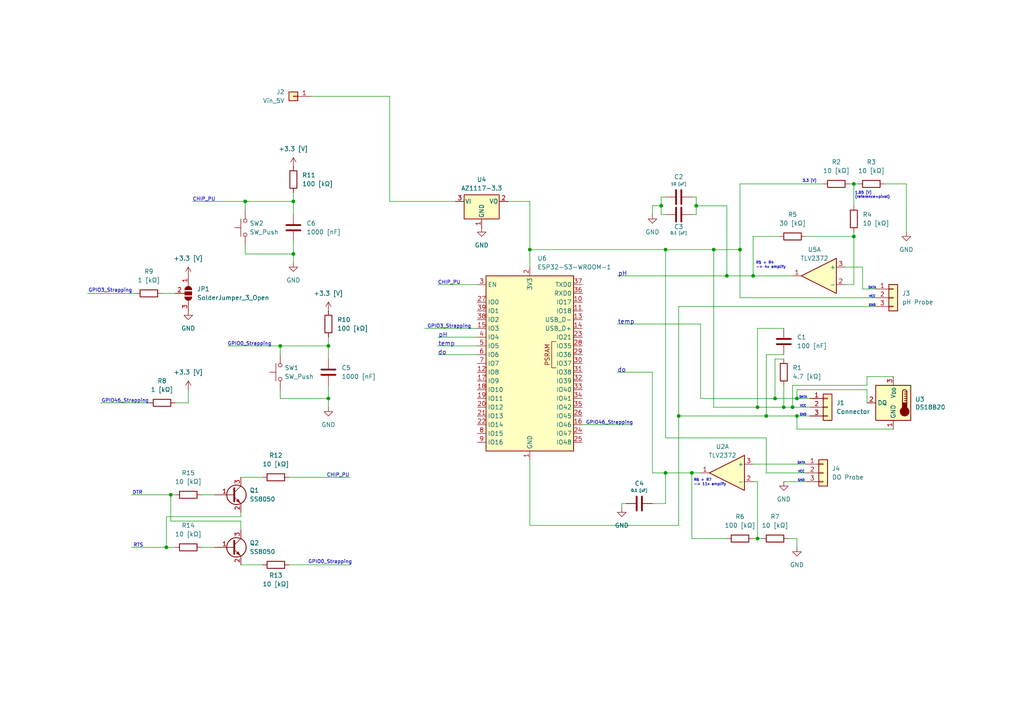
<source format=kicad_sch>
(kicad_sch (version 20231120) (generator "eeschema") (generator_version "8.0")
  (paper "A4")
  (lib_symbols
    (symbol "Amplifier_Operational:TLV2372" (pin_names (offset 0.127))
      (property "Reference" "U" (at 0 5.08 0))
      (property "Value" "TLV2372" (at 0 -5.08 0))
      (symbol "TLV2372_1_1"
        (polyline (pts (xy -5.08 5.08) (xy 5.08 0) (xy -5.08 -5.08) (xy -5.08 5.08)) (stroke (width 0.254)) (fill (type background)))
        (pin output line (at 7.62 0 180) (length 2.54) (name "~") (number "1"))
        (pin input line (at -7.62 -2.54 0) (length 2.54) (name "-") (number "2"))
        (pin input line (at -7.62 2.54 0) (length 2.54) (name "+") (number "3"))
      )
      (symbol "TLV2372_2_1"
        (polyline (pts (xy -5.08 5.08) (xy 5.08 0) (xy -5.08 -5.08) (xy -5.08 5.08)) (stroke (width 0.254)) (fill (type background)))
        (pin input line (at -7.62 2.54 0) (length 2.54) (name "+") (number "5"))
        (pin input line (at -7.62 -2.54 0) (length 2.54) (name "-") (number "6"))
        (pin output line (at 7.62 0 180) (length 2.54) (name "~") (number "7"))
      )
      (symbol "TLV2372_3_1"
        (pin power_in line (at -2.54 -7.62 90) (length 3.81) (name "V-") (number "4"))
        (pin power_in line (at -2.54 7.62 270) (length 3.81) (name "V+") (number "8"))
      )
    )
    (symbol "Connector_Generic:Conn_01x01" (pin_names (offset 1.016) hide)
      (property "Reference" "J" (at 0 2.54 0))
      (property "Value" "Conn_01x01" (at 0 -2.54 0))
      (symbol "Conn_01x01_1_1"
        (rectangle (start -1.27 0.127) (end 0 -0.127) (stroke (width 0.1524)))
        (rectangle (start -1.27 1.27) (end 1.27 -1.27) (stroke (width 0.254)) (fill (type background)))
        (pin passive line (at -5.08 0 0) (length 3.81) (name "Pin_1") (number "1"))
      )
    )
    (symbol "Connector_Generic:Conn_01x03" (pin_names (offset 1.016) hide)
      (property "Reference" "J" (at 0 5.08 0))
      (property "Value" "Conn_01x03" (at 0 -5.08 0))
      (symbol "Conn_01x03_1_1"
        (rectangle (start -1.27 -2.413) (end 0 -2.667) (stroke (width 0.1524)))
        (rectangle (start -1.27 0.127) (end 0 -0.127) (stroke (width 0.1524)))
        (rectangle (start -1.27 2.667) (end 0 2.413) (stroke (width 0.1524)))
        (rectangle (start -1.27 3.81) (end 1.27 -3.81) (stroke (width 0.254)) (fill (type background)))
        (pin passive line (at -5.08 2.54 0) (length 3.81) (name "Pin_1") (number "1"))
        (pin passive line (at -5.08 0 0) (length 3.81) (name "Pin_2") (number "2"))
        (pin passive line (at -5.08 -2.54 0) (length 3.81) (name "Pin_3") (number "3"))
      )
    )
    (symbol "Device:C" (pin_numbers hide) (pin_names (offset 0.254))
      (property "Reference" "C" (at 0.635 2.54 0))
      (property "Value" "C" (at 0.635 -2.54 0))
      (symbol "C_0_1"
        (polyline (pts (xy -2.032 -0.762) (xy 2.032 -0.762)) (stroke (width 0.508)))
        (polyline (pts (xy -2.032 0.762) (xy 2.032 0.762)) (stroke (width 0.508)))
      )
      (symbol "C_1_1"
        (pin passive line (at 0 3.81 270) (length 2.794) (name "~") (number "1"))
        (pin passive line (at 0 -3.81 90) (length 2.794) (name "~") (number "2"))
      )
    )
    (symbol "Device:R" (pin_numbers hide) (pin_names (offset 0))
      (property "Reference" "R" (at 2.032 0 90))
      (property "Value" "R" (at 0 0 90))
      (symbol "R_0_1"
        (rectangle (start -1.016 -2.54) (end 1.016 2.54) (stroke (width 0.254)))
      )
      (symbol "R_1_1"
        (pin passive line (at 0 3.81 270) (length 1.27) (name "~") (number "1"))
        (pin passive line (at 0 -3.81 90) (length 1.27) (name "~") (number "2"))
      )
    )
    (symbol "Jumper:SolderJumper_3_Open" (pin_names (offset 0) hide) (exclude_from_sim yes) (in_bom no)
      (property "Reference" "JP" (at -2.54 -2.54 0))
      (property "Value" "SolderJumper_3_Open" (at 0 2.794 0))
      (symbol "SolderJumper_3_Open_0_1"
        (arc (start -1.016 1.016) (mid -2.0276 0) (end -1.016 -1.016))
        (arc (start -1.016 1.016) (mid -2.0276 0) (end -1.016 -1.016) (fill (type outline)))
        (rectangle (start -0.508 1.016) (end 0.508 -1.016) (fill (type outline)))
        (polyline (pts (xy -2.54 0) (xy -2.032 0)))
        (polyline (pts (xy -1.016 1.016) (xy -1.016 -1.016)))
        (polyline (pts (xy 0 -1.27) (xy 0 -1.016)))
        (polyline (pts (xy 1.016 1.016) (xy 1.016 -1.016)))
        (polyline (pts (xy 2.54 0) (xy 2.032 0)))
        (arc (start 1.016 -1.016) (mid 2.0276 0) (end 1.016 1.016))
        (arc (start 1.016 -1.016) (mid 2.0276 0) (end 1.016 1.016) (fill (type outline)))
      )
      (symbol "SolderJumper_3_Open_1_1"
        (pin passive line (at -5.08 0 0) (length 2.54) (name "A") (number "1"))
        (pin passive line (at 0 -3.81 90) (length 2.54) (name "C") (number "2"))
        (pin passive line (at 5.08 0 180) (length 2.54) (name "B") (number "3"))
      )
    )
    (symbol "RF_Module:ESP32-S3-WROOM-1"
      (property "Reference" "U" (at -12.7 26.67 0))
      (property "Value" "ESP32-S3-WROOM-1" (at 12.7 26.67 0))
      (symbol "ESP32-S3-WROOM-1_0_0"
        (rectangle (start -12.7 25.4) (end 12.7 -25.4) (stroke (width 0.254)) (fill (type background)))
        (text "PSRAM" (at 5.08 2.54 900) (effects (font (size 1.27 1.27))))
      )
      (symbol "ESP32-S3-WROOM-1_0_1"
        (polyline (pts (xy 7.62 -1.27) (xy 6.35 -1.27) (xy 6.35 6.35) (xy 7.62 6.35)))
      )
      (symbol "ESP32-S3-WROOM-1_1_1"
        (pin power_in line (at 0 -27.94 90) (length 2.54) (name "GND") (number "1"))
        (pin bidirectional line (at 15.24 17.78 180) (length 2.54) (name "IO17") (number "10"))
        (pin bidirectional line (at 15.24 15.24 180) (length 2.54) (name "IO18") (number "11"))
        (pin bidirectional line (at -15.24 -2.54 0) (length 2.54) (name "IO8") (number "12"))
        (pin bidirectional line (at 15.24 12.7 180) (length 2.54) (name "USB_D-") (number "13"))
        (pin bidirectional line (at 15.24 10.16 180) (length 2.54) (name "USB_D+") (number "14"))
        (pin bidirectional line (at -15.24 10.16 0) (length 2.54) (name "IO3") (number "15"))
        (pin bidirectional line (at 15.24 -17.78 180) (length 2.54) (name "IO46") (number "16"))
        (pin bidirectional line (at -15.24 -5.08 0) (length 2.54) (name "IO9") (number "17"))
        (pin bidirectional line (at -15.24 -7.62 0) (length 2.54) (name "IO10") (number "18"))
        (pin bidirectional line (at -15.24 -10.16 0) (length 2.54) (name "IO11") (number "19"))
        (pin power_in line (at 0 27.94 270) (length 2.54) (name "3V3") (number "2"))
        (pin bidirectional line (at -15.24 -12.7 0) (length 2.54) (name "IO12") (number "20"))
        (pin bidirectional line (at -15.24 -15.24 0) (length 2.54) (name "IO13") (number "21"))
        (pin bidirectional line (at -15.24 -17.78 0) (length 2.54) (name "IO14") (number "22"))
        (pin bidirectional line (at 15.24 7.62 180) (length 2.54) (name "IO21") (number "23"))
        (pin bidirectional line (at 15.24 -20.32 180) (length 2.54) (name "IO47") (number "24"))
        (pin bidirectional line (at 15.24 -22.86 180) (length 2.54) (name "IO48") (number "25"))
        (pin bidirectional line (at 15.24 -15.24 180) (length 2.54) (name "IO45") (number "26"))
        (pin bidirectional line (at -15.24 17.78 0) (length 2.54) (name "IO0") (number "27"))
        (pin bidirectional line (at 15.24 5.08 180) (length 2.54) (name "IO35") (number "28"))
        (pin bidirectional line (at 15.24 2.54 180) (length 2.54) (name "IO36") (number "29"))
        (pin input line (at -15.24 22.86 0) (length 2.54) (name "EN") (number "3"))
        (pin bidirectional line (at 15.24 0 180) (length 2.54) (name "IO37") (number "30"))
        (pin bidirectional line (at 15.24 -2.54 180) (length 2.54) (name "IO38") (number "31"))
        (pin bidirectional line (at 15.24 -5.08 180) (length 2.54) (name "IO39") (number "32"))
        (pin bidirectional line (at 15.24 -7.62 180) (length 2.54) (name "IO40") (number "33"))
        (pin bidirectional line (at 15.24 -10.16 180) (length 2.54) (name "IO41") (number "34"))
        (pin bidirectional line (at 15.24 -12.7 180) (length 2.54) (name "IO42") (number "35"))
        (pin bidirectional line (at 15.24 20.32 180) (length 2.54) (name "RXD0") (number "36"))
        (pin bidirectional line (at 15.24 22.86 180) (length 2.54) (name "TXD0") (number "37"))
        (pin bidirectional line (at -15.24 12.7 0) (length 2.54) (name "IO2") (number "38"))
        (pin bidirectional line (at -15.24 15.24 0) (length 2.54) (name "IO1") (number "39"))
        (pin bidirectional line (at -15.24 7.62 0) (length 2.54) (name "IO4") (number "4"))
        (pin passive line (at 0 -27.94 90) (length 2.54) hide (name "GND") (number "40"))
        (pin passive line (at 0 -27.94 90) (length 2.54) hide (name "GND") (number "41"))
        (pin bidirectional line (at -15.24 5.08 0) (length 2.54) (name "IO5") (number "5"))
        (pin bidirectional line (at -15.24 2.54 0) (length 2.54) (name "IO6") (number "6"))
        (pin bidirectional line (at -15.24 0 0) (length 2.54) (name "IO7") (number "7"))
        (pin bidirectional line (at -15.24 -20.32 0) (length 2.54) (name "IO15") (number "8"))
        (pin bidirectional line (at -15.24 -22.86 0) (length 2.54) (name "IO16") (number "9"))
      )
    )
    (symbol "Regulator_Linear:AZ1117-3.3" (pin_names (offset 0.254))
      (property "Reference" "U" (at -3.81 3.175 0))
      (property "Value" "AZ1117-3.3" (at 0 3.175 0))
      (symbol "AZ1117-3.3_0_1"
        (rectangle (start -5.08 1.905) (end 5.08 -5.08) (stroke (width 0.254)) (fill (type background)))
      )
      (symbol "AZ1117-3.3_1_1"
        (pin power_in line (at 0 -7.62 90) (length 2.54) (name "GND") (number "1"))
        (pin power_out line (at 7.62 0 180) (length 2.54) (name "VO") (number "2"))
        (pin power_in line (at -7.62 0 0) (length 2.54) (name "VI") (number "3"))
      )
    )
    (symbol "Sensor_Temperature:DS18B20"
      (property "Reference" "U" (at -3.81 6.35 0))
      (property "Value" "DS18B20" (at 6.35 6.35 0))
      (symbol "DS18B20_0_1"
        (rectangle (start -5.08 5.08) (end 5.08 -5.08) (stroke (width 0.254)) (fill (type background)))
        (circle (center -3.302 -2.54) (radius 1.27) (stroke (width 0.254)) (fill (type outline)))
        (rectangle (start -2.667 -1.905) (end -3.937 0) (stroke (width 0.254)) (fill (type outline)))
        (arc (start -2.667 3.175) (mid -3.302 3.8073) (end -3.937 3.175) (stroke (width 0.254)))
        (polyline (pts (xy -3.937 0.635) (xy -3.302 0.635)) (stroke (width 0.254)))
        (polyline (pts (xy -3.937 1.27) (xy -3.302 1.27)) (stroke (width 0.254)))
        (polyline (pts (xy -3.937 1.905) (xy -3.302 1.905)) (stroke (width 0.254)))
        (polyline (pts (xy -3.937 2.54) (xy -3.302 2.54)) (stroke (width 0.254)))
        (polyline (pts (xy -3.937 3.175) (xy -3.937 0)) (stroke (width 0.254)))
        (polyline (pts (xy -3.937 3.175) (xy -3.302 3.175)) (stroke (width 0.254)))
        (polyline (pts (xy -2.667 3.175) (xy -2.667 0)) (stroke (width 0.254)))
      )
      (symbol "DS18B20_1_1"
        (pin power_in line (at 0 -7.62 90) (length 2.54) (name "GND") (number "1"))
        (pin bidirectional line (at 7.62 0 180) (length 2.54) (name "DQ") (number "2"))
        (pin power_in line (at 0 7.62 270) (length 2.54) (name "V_{DD}") (number "3"))
      )
    )
    (symbol "Switch:SW_Push" (pin_numbers hide) (pin_names (offset 1.016) hide)
      (property "Reference" "SW" (at 1.27 2.54 0))
      (property "Value" "SW_Push" (at 0 -1.524 0))
      (symbol "SW_Push_0_1"
        (circle (center -2.032 0) (radius 0.508))
        (polyline (pts (xy 0 1.27) (xy 0 3.048)))
        (polyline (pts (xy 2.54 1.27) (xy -2.54 1.27)))
        (circle (center 2.032 0) (radius 0.508))
        (pin passive line (at -5.08 0 0) (length 2.54) (name "1") (number "1"))
        (pin passive line (at 5.08 0 180) (length 2.54) (name "2") (number "2"))
      )
    )
    (symbol "Transistor_BJT:SS8050" (pin_names (offset 0) hide)
      (property "Reference" "Q" (at 5.08 1.905 0))
      (property "Value" "SS8050" (at 5.08 0 0))
      (symbol "SS8050_0_1"
        (polyline (pts (xy 0.635 0.635) (xy 2.54 2.54)))
        (polyline (pts (xy 0.635 -0.635) (xy 2.54 -2.54) (xy 2.54 -2.54)))
        (polyline (pts (xy 0.635 1.905) (xy 0.635 -1.905) (xy 0.635 -1.905)) (stroke (width 0.508)))
        (polyline (pts (xy 1.27 -1.778) (xy 1.778 -1.27) (xy 2.286 -2.286) (xy 1.27 -1.778) (xy 1.27 -1.778)) (fill (type outline)))
        (circle (center 1.27 0) (radius 2.8194) (stroke (width 0.254)))
      )
      (symbol "SS8050_1_1"
        (pin input line (at -5.08 0 0) (length 5.715) (name "B") (number "1"))
        (pin passive line (at 2.54 -5.08 90) (length 2.54) (name "E") (number "2"))
        (pin passive line (at 2.54 5.08 270) (length 2.54) (name "C") (number "3"))
      )
    )
    (symbol "power:GND" (power) (pin_numbers hide) (pin_names (offset 0) hide)
      (property "Value" "GND" (at 0 -3.81 0))
      (symbol "GND_0_1"
        (polyline (pts (xy 0 0) (xy 0 -1.27) (xy 1.27 -1.27) (xy 0 -2.54) (xy -1.27 -1.27) (xy 0 -1.27)))
      )
      (symbol "GND_1_1"
        (pin power_in line (at 0 0 270) (length 0) (name "~") (number "1"))
      )
    )
    (symbol "power:VCC" (power) (pin_numbers hide) (pin_names (offset 0) hide)
      (property "Value" "VCC" (at 0 3.556 0))
      (symbol "VCC_0_1"
        (polyline (pts (xy -0.762 1.27) (xy 0 2.54)))
        (polyline (pts (xy 0 0) (xy 0 2.54)))
        (polyline (pts (xy 0 2.54) (xy 0.762 1.27)))
      )
      (symbol "VCC_1_1"
        (pin power_in line (at 0 0 90) (length 0) (name "~") (number "1"))
      )
    )
  )
  (junction (at 222.25 120.65))
  (junction (at 219.71 156.21))
  (junction (at 231.14 120.65))
  (junction (at 81.28 100.33))
  (junction (at 210.82 80.01))
  (junction (at 196.85 120.65))
  (junction (at 191.77 59.69))
  (junction (at 224.79 115.57))
  (junction (at 49.53 143.51))
  (junction (at 247.65 68.58))
  (junction (at 227.33 118.11))
  (junction (at 193.04 72.39))
  (junction (at 153.67 72.39))
  (junction (at 247.65 53.34))
  (junction (at 95.25 115.57))
  (junction (at 231.14 115.57))
  (junction (at 48.26 158.75))
  (junction (at 229.87 118.11))
  (junction (at 193.04 137.16))
  (junction (at 85.09 73.66))
  (junction (at 219.71 118.11))
  (junction (at 218.44 80.01))
  (junction (at 200.66 137.16))
  (junction (at 214.63 72.39))
  (junction (at 201.93 59.69))
  (junction (at 95.25 100.33))
  (junction (at 207.01 72.39))
  (junction (at 71.12 58.42))
  (junction (at 85.09 58.42))
  (wire (pts (xy 227.33 139.7) (xy 233.68 139.7)))
  (wire (pts (xy 196.85 120.65) (xy 196.85 152.4)))
  (wire (pts (xy 229.87 111.76) (xy 229.87 118.11)))
  (wire (pts (xy 69.85 149.86) (xy 48.26 149.86)))
  (wire (pts (xy 189.23 59.69) (xy 191.77 59.69)))
  (wire (pts (xy 254 83.82) (xy 250.19 83.82)))
  (wire (pts (xy 95.25 100.33) (xy 95.25 97.79)))
  (wire (pts (xy 180.34 146.05) (xy 180.34 147.32)))
  (wire (pts (xy 95.25 100.33) (xy 95.25 104.14)))
  (wire (pts (xy 153.67 72.39) (xy 153.67 77.47)))
  (wire (pts (xy 58.42 143.51) (xy 62.23 143.51)))
  (wire (pts (xy 203.2 93.98) (xy 203.2 115.57)))
  (wire (pts (xy 210.82 80.01) (xy 210.82 59.69)))
  (wire (pts (xy 189.23 107.95) (xy 189.23 137.16)))
  (wire (pts (xy 153.67 72.39) (xy 193.04 72.39)))
  (wire (pts (xy 38.1 143.51) (xy 49.53 143.51)))
  (wire (pts (xy 69.85 138.43) (xy 76.2 138.43)))
  (wire (pts (xy 231.14 113.03) (xy 231.14 115.57)))
  (wire (pts (xy 191.77 59.69) (xy 191.77 62.23)))
  (wire (pts (xy 210.82 156.21) (xy 200.66 156.21)))
  (wire (pts (xy 189.23 62.23) (xy 189.23 59.69)))
  (wire (pts (xy 196.85 88.9) (xy 196.85 120.65)))
  (wire (pts (xy 259.08 124.46) (xy 231.14 124.46)))
  (wire (pts (xy 247.65 59.69) (xy 247.65 53.34)))
  (wire (pts (xy 200.66 137.16) (xy 203.2 137.16)))
  (wire (pts (xy 251.46 116.84) (xy 251.46 113.03)))
  (wire (pts (xy 219.71 139.7) (xy 219.71 156.21)))
  (wire (pts (xy 231.14 124.46) (xy 231.14 120.65)))
  (wire (pts (xy 66.04 100.33) (xy 81.28 100.33)))
  (wire (pts (xy 259.08 109.22) (xy 251.46 109.22)))
  (wire (pts (xy 81.28 100.33) (xy 95.25 100.33)))
  (wire (pts (xy 227.33 102.87) (xy 222.25 102.87)))
  (wire (pts (xy 231.14 115.57) (xy 234.95 115.57)))
  (wire (pts (xy 218.44 139.7) (xy 219.71 139.7)))
  (wire (pts (xy 219.71 118.11) (xy 207.01 118.11)))
  (wire (pts (xy 49.53 143.51) (xy 50.8 143.51)))
  (wire (pts (xy 71.12 73.66) (xy 85.09 73.66)))
  (wire (pts (xy 218.44 156.21) (xy 219.71 156.21)))
  (wire (pts (xy 191.77 57.15) (xy 193.04 57.15)))
  (wire (pts (xy 25.4 85.09) (xy 39.37 85.09)))
  (wire (pts (xy 201.93 57.15) (xy 201.93 59.69)))
  (wire (pts (xy 127 97.79) (xy 138.43 97.79)))
  (wire (pts (xy 201.93 59.69) (xy 201.93 62.23)))
  (wire (pts (xy 196.85 120.65) (xy 222.25 120.65)))
  (wire (pts (xy 210.82 80.01) (xy 218.44 80.01)))
  (wire (pts (xy 222.25 127) (xy 193.04 127)))
  (wire (pts (xy 153.67 133.35) (xy 153.67 152.4)))
  (wire (pts (xy 229.87 118.11) (xy 234.95 118.11)))
  (wire (pts (xy 46.99 85.09) (xy 50.8 85.09)))
  (wire (pts (xy 189.23 137.16) (xy 193.04 137.16)))
  (wire (pts (xy 201.93 62.23) (xy 200.66 62.23)))
  (wire (pts (xy 231.14 120.65) (xy 234.95 120.65)))
  (wire (pts (xy 168.91 123.19) (xy 182.88 123.19)))
  (wire (pts (xy 81.28 113.03) (xy 81.28 115.57)))
  (wire (pts (xy 207.01 72.39) (xy 214.63 72.39)))
  (wire (pts (xy 127 100.33) (xy 138.43 100.33)))
  (wire (pts (xy 113.03 27.94) (xy 113.03 58.42)))
  (wire (pts (xy 214.63 86.36) (xy 214.63 72.39)))
  (wire (pts (xy 196.85 152.4) (xy 153.67 152.4)))
  (wire (pts (xy 83.82 163.83) (xy 101.6 163.83)))
  (wire (pts (xy 228.6 156.21) (xy 231.14 156.21)))
  (wire (pts (xy 227.33 118.11) (xy 229.87 118.11)))
  (wire (pts (xy 193.04 72.39) (xy 207.01 72.39)))
  (wire (pts (xy 222.25 102.87) (xy 222.25 120.65)))
  (wire (pts (xy 55.88 58.42) (xy 71.12 58.42)))
  (wire (pts (xy 218.44 134.62) (xy 233.68 134.62)))
  (wire (pts (xy 214.63 53.34) (xy 238.76 53.34)))
  (wire (pts (xy 69.85 151.13) (xy 49.53 151.13)))
  (wire (pts (xy 181.61 146.05) (xy 180.34 146.05)))
  (wire (pts (xy 200.66 57.15) (xy 201.93 57.15)))
  (wire (pts (xy 95.25 111.76) (xy 95.25 115.57)))
  (wire (pts (xy 254 86.36) (xy 214.63 86.36)))
  (wire (pts (xy 95.25 118.11) (xy 95.25 115.57)))
  (wire (pts (xy 214.63 72.39) (xy 214.63 53.34)))
  (wire (pts (xy 246.38 53.34) (xy 247.65 53.34)))
  (wire (pts (xy 247.65 68.58) (xy 247.65 82.55)))
  (wire (pts (xy 218.44 68.58) (xy 218.44 80.01)))
  (wire (pts (xy 262.89 53.34) (xy 262.89 67.31)))
  (wire (pts (xy 48.26 158.75) (xy 50.8 158.75)))
  (wire (pts (xy 193.04 146.05) (xy 193.04 137.16)))
  (wire (pts (xy 191.77 62.23) (xy 193.04 62.23)))
  (wire (pts (xy 83.82 138.43) (xy 101.6 138.43)))
  (wire (pts (xy 189.23 146.05) (xy 193.04 146.05)))
  (wire (pts (xy 231.14 156.21) (xy 231.14 158.75)))
  (wire (pts (xy 251.46 111.76) (xy 229.87 111.76)))
  (wire (pts (xy 179.07 93.98) (xy 203.2 93.98)))
  (wire (pts (xy 196.85 88.9) (xy 254 88.9)))
  (wire (pts (xy 69.85 163.83) (xy 76.2 163.83)))
  (wire (pts (xy 58.42 158.75) (xy 62.23 158.75)))
  (wire (pts (xy 48.26 149.86) (xy 48.26 158.75)))
  (wire (pts (xy 85.09 58.42) (xy 85.09 55.88)))
  (wire (pts (xy 245.11 82.55) (xy 247.65 82.55)))
  (wire (pts (xy 218.44 68.58) (xy 226.06 68.58)))
  (wire (pts (xy 227.33 104.14) (xy 224.79 104.14)))
  (wire (pts (xy 250.19 83.82) (xy 250.19 77.47)))
  (wire (pts (xy 222.25 137.16) (xy 233.68 137.16)))
  (wire (pts (xy 85.09 76.2) (xy 85.09 73.66)))
  (wire (pts (xy 147.32 58.42) (xy 153.67 58.42)))
  (wire (pts (xy 123.19 95.25) (xy 138.43 95.25)))
  (wire (pts (xy 207.01 72.39) (xy 207.01 118.11)))
  (wire (pts (xy 193.04 127) (xy 193.04 72.39)))
  (wire (pts (xy 81.28 115.57) (xy 95.25 115.57)))
  (wire (pts (xy 224.79 115.57) (xy 231.14 115.57)))
  (wire (pts (xy 247.65 53.34) (xy 248.92 53.34)))
  (wire (pts (xy 210.82 59.69) (xy 201.93 59.69)))
  (wire (pts (xy 222.25 120.65) (xy 231.14 120.65)))
  (wire (pts (xy 49.53 151.13) (xy 49.53 143.51)))
  (wire (pts (xy 219.71 118.11) (xy 227.33 118.11)))
  (wire (pts (xy 127 102.87) (xy 138.43 102.87)))
  (wire (pts (xy 38.1 158.75) (xy 48.26 158.75)))
  (wire (pts (xy 153.67 58.42) (xy 153.67 72.39)))
  (wire (pts (xy 69.85 153.67) (xy 69.85 151.13)))
  (wire (pts (xy 251.46 113.03) (xy 231.14 113.03)))
  (wire (pts (xy 71.12 71.12) (xy 71.12 73.66)))
  (wire (pts (xy 227.33 111.76) (xy 227.33 118.11)))
  (wire (pts (xy 251.46 109.22) (xy 251.46 111.76)))
  (wire (pts (xy 200.66 156.21) (xy 200.66 137.16)))
  (wire (pts (xy 54.61 113.03) (xy 54.61 116.84)))
  (wire (pts (xy 127 82.55) (xy 138.43 82.55)))
  (wire (pts (xy 81.28 102.87) (xy 81.28 100.33)))
  (wire (pts (xy 71.12 58.42) (xy 85.09 58.42)))
  (wire (pts (xy 113.03 27.94) (xy 90.17 27.94)))
  (wire (pts (xy 85.09 69.85) (xy 85.09 73.66)))
  (wire (pts (xy 256.54 53.34) (xy 262.89 53.34)))
  (wire (pts (xy 179.07 107.95) (xy 189.23 107.95)))
  (wire (pts (xy 113.03 58.42) (xy 132.08 58.42)))
  (wire (pts (xy 224.79 104.14) (xy 224.79 115.57)))
  (wire (pts (xy 233.68 68.58) (xy 247.65 68.58)))
  (wire (pts (xy 50.8 116.84) (xy 54.61 116.84)))
  (wire (pts (xy 218.44 80.01) (xy 229.87 80.01)))
  (wire (pts (xy 247.65 67.31) (xy 247.65 68.58)))
  (wire (pts (xy 219.71 95.25) (xy 219.71 118.11)))
  (wire (pts (xy 29.21 116.84) (xy 43.18 116.84)))
  (wire (pts (xy 219.71 156.21) (xy 220.98 156.21)))
  (wire (pts (xy 69.85 148.59) (xy 69.85 149.86)))
  (wire (pts (xy 227.33 95.25) (xy 219.71 95.25)))
  (wire (pts (xy 191.77 57.15) (xy 191.77 59.69)))
  (wire (pts (xy 85.09 58.42) (xy 85.09 62.23)))
  (wire (pts (xy 193.04 137.16) (xy 200.66 137.16)))
  (wire (pts (xy 179.07 80.01) (xy 210.82 80.01)))
  (wire (pts (xy 250.19 77.47) (xy 245.11 77.47)))
  (wire (pts (xy 71.12 60.96) (xy 71.12 58.42)))
  (wire (pts (xy 222.25 137.16) (xy 222.25 127)))
  (wire (pts (xy 203.2 115.57) (xy 224.79 115.57)))
  (text "3.3 [V]" (at 232.664 52.578 0) (effects (font (size 0.762 0.762)) (justify left)))
  (text "do" (at 128.27 102.362 0) (effects (font (size 1.27 1.27))))
  (text "CHIP_PU" (at 130.302 82.042 0) (effects (font (size 1.016 1.016))))
  (text "GND\n" (at 232.41 139.446 0) (effects (font (size 0.635 0.635))))
  (text "DATA" (at 232.41 134.366 0) (effects (font (size 0.635 0.635))))
  (text "CHIP_PU" (at 98.044 137.922 0) (effects (font (size 1.016 1.016))))
  (text "VCC" (at 232.41 136.906 0) (effects (font (size 0.635 0.635))))
  (text "VCC" (at 232.918 117.856 0) (effects (font (size 0.635 0.635))))
  (text "DTR" (at 39.878 143.002 0) (effects (font (size 1.016 1.016))))
  (text "GPIO3_Strapping" (at 32.004 84.328 0) (effects (font (size 1.016 1.016))))
  (text "temp" (at 181.61 93.472 0) (effects (font (size 1.27 1.27))))
  (text "do" (at 180.34 107.442 0) (effects (font (size 1.27 1.27))))
  (text "GND\n" (at 252.984 88.646 0) (effects (font (size 0.635 0.635))))
  (text "temp" (at 129.54 99.822 0) (effects (font (size 1.27 1.27))))
  (text "RTS" (at 40.132 158.242 0) (effects (font (size 1.016 1.016))))
  (text "GPIO0_Strapping" (at 95.758 163.068 0) (effects (font (size 1.016 1.016))))
  (text "1.65 [V]\n(reference=pivot)" (at 247.904 56.642 0) (effects (font (size 0.762 0.762)) (justify left)))
  (text "CHIP_PU" (at 59.182 57.912 0) (effects (font (size 1.016 1.016))))
  (text "GPIO0_Strapping" (at 72.39 99.822 0) (effects (font (size 1.016 1.016))))
  (text "DATA" (at 252.984 83.566 0) (effects (font (size 0.635 0.635))))
  (text "pH" (at 180.594 79.502 0) (effects (font (size 1.27 1.27))))
  (text "GPIO3_Strapping" (at 130.302 94.742 0) (effects (font (size 1.016 1.016))))
  (text "DATA" (at 232.918 115.316 0) (effects (font (size 0.635 0.635))))
  (text "GND\n" (at 232.918 120.396 0) (effects (font (size 0.635 0.635))))
  (text "GPIO46_Strapping" (at 36.322 116.332 0) (effects (font (size 1.016 1.016))))
  (text "R6 + R7\n-> 11x amplify" (at 201.168 139.954 0) (effects (font (size 0.762 0.762)) (justify left)))
  (text "GPIO46_Strapping" (at 176.784 122.682 0) (effects (font (size 1.016 1.016))))
  (text "R5 + R4 \n-> 4x amplify" (at 219.202 76.962 0) (effects (font (size 0.762 0.762)) (justify left)))
  (text "VCC" (at 252.984 86.106 0) (effects (font (size 0.635 0.635))))
  (text "pH" (at 128.524 97.282 0) (effects (font (size 1.27 1.27))))
  (symbol (lib_id "Transistor_BJT:SS8050") (at 67.31 143.51 0) (unit 1)
    (property "Reference" "Q1" (at 72.39 142.2399 0) (effects (justify left)))
    (property "Value" "SS8050" (at 72.39 144.7799 0) (effects (justify left)))
    (property "Footprint" "Package_TO_SOT_SMD:SOT-23" (effects (hide yes)))
    (property "Datasheet" "http://www.secosgmbh.com/datasheet/products/SSMPTransistor/SOT-23/SS8050.pdf" (effects (hide yes)))
    (property "Description" "General Purpose NPN Transistor, 1.5A Ic, 25V Vce, SOT-23" (effects (hide yes)))
  )
  (symbol (lib_id "Device:R") (at 242.57 53.34 90) (unit 1)
    (property "Reference" "R2" (at 242.57 46.99 90))
    (property "Value" "10 [kΩ]" (at 242.57 49.53 90))
    (property "Description" "Resistor" (effects (hide yes)))
  )
  (symbol (lib_id "power:GND") (at 54.61 90.17 0) (unit 1)
    (property "Reference" "#PWR09" (effects (hide yes)))
    (property "Value" "GND" (at 54.61 95.25 0))
    (property "Description" "Power symbol creates a global label with name \"GND\" , ground" (effects (hide yes)))
  )
  (symbol (lib_id "Device:R") (at 247.65 63.5 180) (unit 1)
    (property "Reference" "R4" (at 250.19 62.2299 0) (effects (justify right)))
    (property "Value" "10 [kΩ]" (at 250.19 64.7699 0) (effects (justify right)))
    (property "Description" "Resistor" (effects (hide yes)))
  )
  (symbol (lib_id "power:GND") (at 95.25 118.11 0) (unit 1)
    (property "Reference" "#PWR010" (effects (hide yes)))
    (property "Value" "GND" (at 95.25 123.19 0))
    (property "Description" "Power symbol creates a global label with name \"GND\" , ground" (effects (hide yes)))
  )
  (symbol (lib_id "Device:R") (at 46.99 116.84 90) (unit 1)
    (property "Reference" "R8" (at 46.99 110.49 90))
    (property "Value" "1 [kΩ]" (at 46.99 113.03 90))
    (property "Description" "Resistor" (effects (hide yes)))
  )
  (symbol (lib_id "power:VCC") (at 95.25 90.17 0) (unit 1)
    (property "Reference" "#PWR011" (effects (hide yes)))
    (property "Value" "+3.3 [V]" (at 95.25 85.09 0))
    (property "Description" "Power symbol creates a global label with name \"VCC\"" (effects (hide yes)))
  )
  (symbol (lib_id "Amplifier_Operational:TLV2372") (at 210.82 137.16 0) (mirror y) (unit 1)
    (property "Reference" "U2" (at 209.55 129.54 0))
    (property "Value" "TLV2372" (at 209.55 132.08 0))
    (property "Datasheet" "http://www.ti.com/lit/ds/symlink/tlv2375.pdf" (effects (hide yes)))
    (property "Description" "Dual Rail-to-Rail Input/Output Operational Amplifier, DIP-8/SOIC-8/VSSOP-8" (effects (hide yes)))
  )
  (symbol (lib_id "Device:C") (at 185.42 146.05 90) (unit 1)
    (property "Reference" "C4" (at 185.42 140.208 90))
    (property "Value" "0.1 [uF]" (at 185.42 142.24 90) (effects (font (size 0.762 0.762))))
    (property "Description" "Unpolarized capacitor" (effects (hide yes)))
  )
  (symbol (lib_id "Connector_Generic:Conn_01x03") (at 238.76 137.16 0) (unit 1)
    (property "Reference" "J4" (at 241.3 135.8899 0) (effects (justify left)))
    (property "Value" "DO Probe" (at 241.3 138.4299 0) (effects (justify left)))
    (property "Description" "Generic connector, single row, 01x03, script generated (kicad-library-utils/schlib/autogen/connector/)" (effects (hide yes)))
  )
  (symbol (lib_id "Connector_Generic:Conn_01x03") (at 240.03 118.11 0) (unit 1)
    (property "Reference" "J1" (at 242.57 116.8399 0) (effects (justify left)))
    (property "Value" "Connector" (at 242.57 119.3799 0) (effects (justify left)))
    (property "Description" "Generic connector, single row, 01x03, script generated (kicad-library-utils/schlib/autogen/connector/)" (effects (hide yes)))
  )
  (symbol (lib_id "Device:R") (at 80.01 163.83 90) (unit 1)
    (property "Reference" "R13" (at 80.01 166.878 90))
    (property "Value" "10 [kΩ]" (at 80.01 169.418 90))
    (property "Description" "Resistor" (effects (hide yes)))
  )
  (symbol (lib_id "Device:R") (at 229.87 68.58 270) (unit 1)
    (property "Reference" "R5" (at 229.87 62.23 90))
    (property "Value" "30 [kΩ]" (at 229.87 64.77 90))
    (property "Description" "Resistor" (effects (hide yes)))
  )
  (symbol (lib_id "Device:R") (at 54.61 158.75 90) (unit 1)
    (property "Reference" "R14" (at 54.61 152.4 90))
    (property "Value" "10 [kΩ]" (at 54.61 154.94 90))
    (property "Description" "Resistor" (effects (hide yes)))
  )
  (symbol (lib_id "Device:R") (at 80.01 138.43 90) (unit 1)
    (property "Reference" "R12" (at 80.01 132.08 90))
    (property "Value" "10 [kΩ]" (at 80.01 134.62 90))
    (property "Description" "Resistor" (effects (hide yes)))
  )
  (symbol (lib_id "power:GND") (at 262.89 67.31 0) (unit 1)
    (property "Reference" "#PWR02" (effects (hide yes)))
    (property "Value" "GND" (at 262.89 72.39 0))
    (property "Description" "Power symbol creates a global label with name \"GND\" , ground" (effects (hide yes)))
  )
  (symbol (lib_id "Switch:SW_Push") (at 81.28 107.95 90) (unit 1)
    (property "Reference" "SW1" (at 82.55 106.6799 90) (effects (justify right)))
    (property "Value" "SW_Push" (at 82.55 109.2199 90) (effects (justify right)))
    (property "Description" "Push button switch, generic, two pins" (effects (hide yes)))
  )
  (symbol (lib_id "Device:C") (at 95.25 107.95 0) (unit 1)
    (property "Reference" "C5" (at 99.06 106.6799 0) (effects (justify left)))
    (property "Value" "1000 [nF]" (at 99.06 109.2199 0) (effects (justify left)))
    (property "Description" "Unpolarized capacitor" (effects (hide yes)))
  )
  (symbol (lib_id "Device:R") (at 43.18 85.09 90) (unit 1)
    (property "Reference" "R9" (at 43.18 78.74 90))
    (property "Value" "1 [kΩ]" (at 43.18 81.28 90))
    (property "Description" "Resistor" (effects (hide yes)))
  )
  (symbol (lib_id "Device:R") (at 85.09 52.07 180) (unit 1)
    (property "Reference" "R11" (at 87.63 50.7999 0) (effects (justify right)))
    (property "Value" "100 [kΩ]" (at 87.63 53.3399 0) (effects (justify right)))
    (property "Description" "Resistor" (effects (hide yes)))
  )
  (symbol (lib_id "Device:R") (at 224.79 156.21 90) (unit 1)
    (property "Reference" "R7" (at 224.79 149.86 90))
    (property "Value" "10 [kΩ]" (at 224.79 152.4 90))
    (property "Description" "Resistor" (effects (hide yes)))
  )
  (symbol (lib_id "power:GND") (at 189.23 62.23 0) (unit 1)
    (property "Reference" "#PWR01" (effects (hide yes)))
    (property "Value" "GND" (at 189.23 67.31 0))
    (property "Description" "Power symbol creates a global label with name \"GND\" , ground" (effects (hide yes)))
  )
  (symbol (lib_id "power:GND") (at 227.33 139.7 0) (unit 1)
    (property "Reference" "#PWR05" (effects (hide yes)))
    (property "Value" "GND" (at 227.33 144.78 0))
    (property "Description" "Power symbol creates a global label with name \"GND\" , ground" (effects (hide yes)))
  )
  (symbol (lib_id "power:VCC") (at 54.61 113.03 0) (unit 1)
    (property "Reference" "#PWR07" (effects (hide yes)))
    (property "Value" "+3.3 [V]" (at 54.61 107.95 0))
    (property "Description" "Power symbol creates a global label with name \"VCC\"" (effects (hide yes)))
  )
  (symbol (lib_id "Switch:SW_Push") (at 71.12 66.04 90) (unit 1)
    (property "Reference" "SW2" (at 72.39 64.7699 90) (effects (justify right)))
    (property "Value" "SW_Push" (at 72.39 67.3099 90) (effects (justify right)))
    (property "Description" "Push button switch, generic, two pins" (effects (hide yes)))
  )
  (symbol (lib_id "power:GND") (at 139.7 66.04 0) (unit 1)
    (property "Reference" "#PWR03" (effects (hide yes)))
    (property "Value" "GND" (at 139.7 71.12 0))
    (property "Description" "Power symbol creates a global label with name \"GND\" , ground" (effects (hide yes)))
  )
  (symbol (lib_id "Device:C") (at 196.85 57.15 90) (unit 1)
    (property "Reference" "C2" (at 196.85 51.308 90))
    (property "Value" "10 [uF]" (at 196.85 53.34 90) (effects (font (size 0.762 0.762))))
    (property "Description" "Unpolarized capacitor" (effects (hide yes)))
  )
  (symbol (lib_id "Device:R") (at 95.25 93.98 180) (unit 1)
    (property "Reference" "R10" (at 97.79 92.7099 0) (effects (justify right)))
    (property "Value" "100 [kΩ]" (at 97.79 95.2499 0) (effects (justify right)))
    (property "Description" "Resistor" (effects (hide yes)))
  )
  (symbol (lib_id "RF_Module:ESP32-S3-WROOM-1") (at 153.67 105.41 0) (unit 1)
    (property "Reference" "U6" (at 155.8641 74.93 0) (effects (justify left)))
    (property "Value" "ESP32-S3-WROOM-1" (at 155.8641 77.47 0) (effects (justify left)))
    (property "Footprint" "RF_Module:ESP32-S3-WROOM-1" (effects (hide yes)))
    (property "Datasheet" "https://www.espressif.com/sites/default/files/documentation/esp32-s3-wroom-1_wroom-1u_datasheet_en.pdf" (effects (hide yes)))
    (property "Description" "RF Module, ESP32-S3 SoC, Wi-Fi 802.11b/g/n, Bluetooth, BLE, 32-bit, 3.3V, onboard antenna, SMD" (effects (hide yes)))
  )
  (symbol (lib_id "power:GND") (at 231.14 158.75 0) (unit 1)
    (property "Reference" "#PWR04" (effects (hide yes)))
    (property "Value" "GND" (at 231.14 163.83 0))
    (property "Description" "Power symbol creates a global label with name \"GND\" , ground" (effects (hide yes)))
  )
  (symbol (lib_id "Connector_Generic:Conn_01x01") (at 85.09 27.94 0) (mirror y) (unit 1)
    (property "Reference" "J2" (at 82.55 26.6699 0) (effects (justify left)))
    (property "Value" "Vin_5V" (at 82.55 29.2099 0) (effects (justify left)))
    (property "Description" "Generic connector, single row, 01x01, script generated (kicad-library-utils/schlib/autogen/connector/)" (effects (hide yes)))
  )
  (symbol (lib_id "power:GND") (at 180.34 147.32 0) (unit 1)
    (property "Reference" "#PWR06" (effects (hide yes)))
    (property "Value" "GND" (at 180.34 152.4 0))
    (property "Description" "Power symbol creates a global label with name \"GND\" , ground" (effects (hide yes)))
  )
  (symbol (lib_id "power:VCC") (at 54.61 80.01 0) (unit 1)
    (property "Reference" "#PWR08" (effects (hide yes)))
    (property "Value" "+3.3 [V]" (at 54.61 74.93 0))
    (property "Description" "Power symbol creates a global label with name \"VCC\"" (effects (hide yes)))
  )
  (symbol (lib_id "Transistor_BJT:SS8050") (at 67.31 158.75 0) (unit 1)
    (property "Reference" "Q2" (at 72.39 157.4799 0) (effects (justify left)))
    (property "Value" "SS8050" (at 72.39 160.0199 0) (effects (justify left)))
    (property "Footprint" "Package_TO_SOT_SMD:SOT-23" (effects (hide yes)))
    (property "Datasheet" "http://www.secosgmbh.com/datasheet/products/SSMPTransistor/SOT-23/SS8050.pdf" (effects (hide yes)))
    (property "Description" "General Purpose NPN Transistor, 1.5A Ic, 25V Vce, SOT-23" (effects (hide yes)))
  )
  (symbol (lib_id "Regulator_Linear:AZ1117-3.3") (at 139.7 58.42 0) (unit 1)
    (property "Reference" "U4" (at 139.7 52.07 0))
    (property "Value" "AZ1117-3.3" (at 139.7 54.61 0))
    (property "Datasheet" "https://www.diodes.com/assets/Datasheets/AZ1117.pdf" (effects (hide yes)))
    (property "Description" "1A 20V Fixed LDO Linear Regulator, 3.3V, SOT-89/SOT-223/TO-220/TO-252/TO-263" (effects (hide yes)))
  )
  (symbol (lib_id "Amplifier_Operational:TLV2372") (at 237.49 80.01 0) (mirror y) (unit 1)
    (property "Reference" "U5" (at 236.22 72.39 0))
    (property "Value" "TLV2372" (at 236.22 74.93 0))
    (property "Datasheet" "http://www.ti.com/lit/ds/symlink/tlv2375.pdf" (effects (hide yes)))
    (property "Description" "Dual Rail-to-Rail Input/Output Operational Amplifier, DIP-8/SOIC-8/VSSOP-8" (effects (hide yes)))
  )
  (symbol (lib_id "power:GND") (at 85.09 76.2 0) (unit 1)
    (property "Reference" "#PWR013" (effects (hide yes)))
    (property "Value" "GND" (at 85.09 81.28 0))
    (property "Description" "Power symbol creates a global label with name \"GND\" , ground" (effects (hide yes)))
  )
  (symbol (lib_id "Device:R") (at 214.63 156.21 90) (unit 1)
    (property "Reference" "R6" (at 214.63 149.86 90))
    (property "Value" "100 [kΩ]" (at 214.63 152.4 90))
    (property "Description" "Resistor" (effects (hide yes)))
  )
  (symbol (lib_id "Device:C") (at 227.33 99.06 0) (unit 1)
    (property "Reference" "C1" (at 231.14 97.7899 0) (effects (justify left)))
    (property "Value" "100 [nF]" (at 231.14 100.3299 0) (effects (justify left)))
    (property "Description" "Unpolarized capacitor" (effects (hide yes)))
  )
  (symbol (lib_id "Sensor_Temperature:DS18B20") (at 259.08 116.84 0) (mirror y) (unit 1)
    (property "Reference" "U3" (at 265.43 115.8239 0) (effects (justify right)))
    (property "Value" "DS18B20" (at 265.43 118.11 0) (effects (justify right)))
    (property "Footprint" "Package_TO_SOT_THT:TO-92_Inline" (effects (hide yes)))
    (property "Datasheet" "http://datasheets.maximintegrated.com/en/ds/DS18B20.pdf" (effects (hide yes)))
    (property "Description" "Programmable Resolution 1-Wire Digital Thermometer TO-92" (effects (hide yes)))
  )
  (symbol (lib_id "Jumper:SolderJumper_3_Open") (at 54.61 85.09 270) (unit 1) (exclude_from_sim yes) (in_bom no)
    (property "Reference" "JP1" (at 57.15 83.8199 90) (effects (justify left)))
    (property "Value" "SolderJumper_3_Open" (at 57.15 86.3599 90) (effects (justify left)))
    (property "Description" "Solder Jumper, 3-pole, open" (effects (hide yes)))
  )
  (symbol (lib_id "Connector_Generic:Conn_01x03") (at 259.08 86.36 0) (unit 1)
    (property "Reference" "J3" (at 261.62 85.0899 0) (effects (justify left)))
    (property "Value" "pH Probe" (at 261.62 87.6299 0) (effects (justify left)))
    (property "Description" "Generic connector, single row, 01x03, script generated (kicad-library-utils/schlib/autogen/connector/)" (effects (hide yes)))
  )
  (symbol (lib_id "Device:C") (at 196.85 62.23 90) (unit 1)
    (property "Reference" "C3" (at 196.85 65.786 90))
    (property "Value" "0.1 [uF]" (at 196.85 67.564 90) (effects (font (size 0.762 0.762))))
    (property "Description" "Unpolarized capacitor" (effects (hide yes)))
  )
  (symbol (lib_id "Device:R") (at 252.73 53.34 90) (unit 1)
    (property "Reference" "R3" (at 252.73 46.99 90))
    (property "Value" "10 [kΩ]" (at 252.73 49.53 90))
    (property "Description" "Resistor" (effects (hide yes)))
  )
  (symbol (lib_id "Device:R") (at 54.61 143.51 90) (unit 1)
    (property "Reference" "R15" (at 54.61 137.16 90))
    (property "Value" "10 [kΩ]" (at 54.61 139.7 90))
    (property "Description" "Resistor" (effects (hide yes)))
  )
  (symbol (lib_id "Device:C") (at 85.09 66.04 0) (unit 1)
    (property "Reference" "C6" (at 88.9 64.7699 0) (effects (justify left)))
    (property "Value" "1000 [nF]" (at 88.9 67.3099 0) (effects (justify left)))
    (property "Description" "Unpolarized capacitor" (effects (hide yes)))
  )
  (symbol (lib_id "Device:R") (at 227.33 107.95 0) (unit 1)
    (property "Reference" "R1" (at 229.87 106.6799 0) (effects (justify left)))
    (property "Value" "4.7 [kΩ]" (at 229.87 109.2199 0) (effects (justify left)))
    (property "Description" "Resistor" (effects (hide yes)))
  )
  (symbol (lib_id "power:VCC") (at 85.09 48.26 0) (unit 1)
    (property "Reference" "#PWR012" (effects (hide yes)))
    (property "Value" "+3.3 [V]" (at 85.09 43.18 0))
    (property "Description" "Power symbol creates a global label with name \"VCC\"" (effects (hide yes)))
  )
)
</source>
